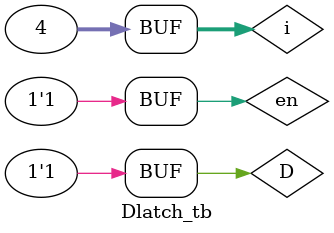
<source format=v>
module Dlatch(input en,D,output reg q,qbar);
  always@(*)begin
    q=0;qbar=0;
    if(en==1)begin
      q=D;
      qbar=~D;
    end
      else begin
        q=q;
        qbar=qbar;
    end
  end
endmodule


module Dlatch_tb;
  reg en,D;
  wire q,qbar;
  integer i;
  Dlatch uut(en,D,q,qbar);
  initial begin
    $monitor("Time = %t || en = %b || D =%b || Q = %b || Qbar = %b ||",$time,en,D,q,qbar);
    for (i=0;i<4;i=i+1)begin
      {en,D}=i;
      #10;
    end
   
    end
endmodule
  
</source>
